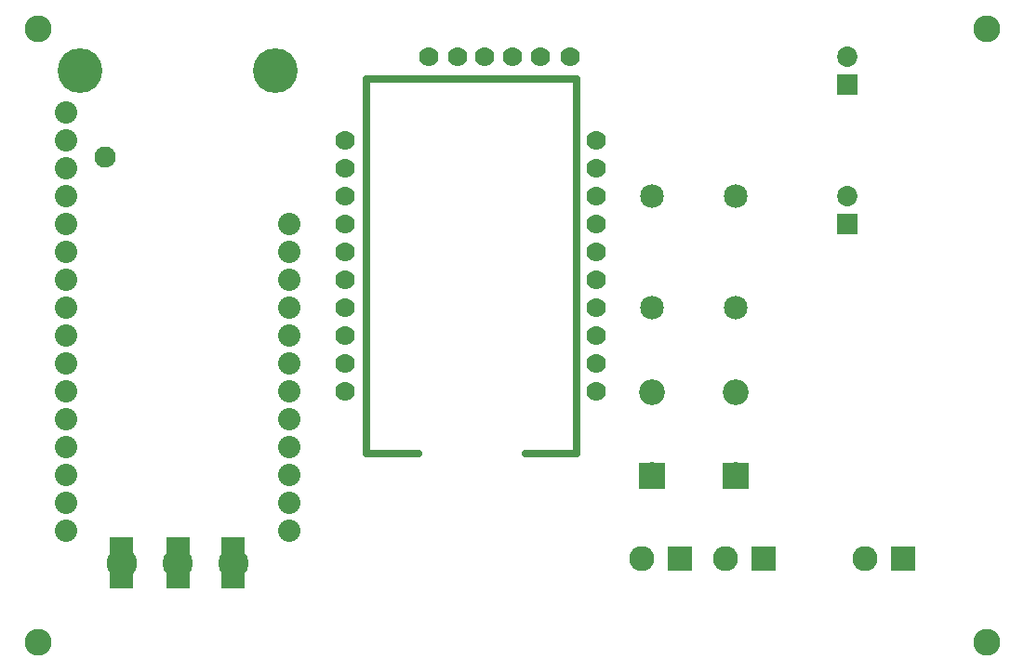
<source format=gts>
G04 MADE WITH FRITZING*
G04 WWW.FRITZING.ORG*
G04 DOUBLE SIDED*
G04 HOLES PLATED*
G04 CONTOUR ON CENTER OF CONTOUR VECTOR*
%ASAXBY*%
%FSLAX23Y23*%
%MOIN*%
%OFA0B0*%
%SFA1.0B1.0*%
%ADD10C,0.092000*%
%ADD11C,0.072992*%
%ADD12C,0.090000*%
%ADD13C,0.070000*%
%ADD14C,0.043222*%
%ADD15C,0.085000*%
%ADD16C,0.080000*%
%ADD17C,0.108425*%
%ADD18C,0.160000*%
%ADD19C,0.110000*%
%ADD20C,0.076000*%
%ADD21C,0.096614*%
%ADD22R,0.092000X0.092000*%
%ADD23R,0.072992X0.072992*%
%ADD24R,0.090000X0.090000*%
%ADD25C,0.025436*%
%ADD26R,0.001000X0.001000*%
%LNMASK1*%
G90*
G70*
G54D10*
X2620Y718D03*
X2620Y1016D03*
X2320Y718D03*
X2320Y1016D03*
G54D11*
X3020Y2119D03*
X3020Y2218D03*
X3020Y1619D03*
X3020Y1718D03*
G54D12*
X3220Y418D03*
X3083Y418D03*
X2420Y418D03*
X2283Y418D03*
X2720Y418D03*
X2583Y418D03*
G54D13*
X1220Y1018D03*
X1220Y1118D03*
X1221Y1218D03*
X1221Y1318D03*
X1220Y1418D03*
X1220Y1518D03*
X1220Y1618D03*
X1220Y1718D03*
X1220Y1818D03*
X1220Y1918D03*
X2120Y1018D03*
X2120Y1118D03*
X2120Y1218D03*
X2120Y1318D03*
X2120Y1418D03*
X2120Y1518D03*
X2120Y1618D03*
X2120Y1718D03*
X2120Y1818D03*
X2120Y1918D03*
X1520Y2218D03*
X1720Y2218D03*
X1820Y2218D03*
X1920Y2218D03*
G54D14*
X1623Y2218D03*
G54D13*
X1623Y2218D03*
G54D14*
X2029Y2218D03*
G54D13*
X2029Y2218D03*
G54D15*
X2620Y1318D03*
X2620Y1718D03*
X2320Y1318D03*
X2320Y1718D03*
G54D16*
X1020Y1418D03*
G54D17*
X820Y403D03*
G54D18*
X270Y2168D03*
G54D17*
X622Y403D03*
G54D19*
X420Y403D03*
G54D20*
X360Y1858D03*
G54D16*
X1020Y1218D03*
X220Y2018D03*
X1020Y1618D03*
X220Y1918D03*
X220Y1818D03*
X220Y1718D03*
X220Y1618D03*
X220Y1518D03*
X220Y1418D03*
X1020Y1118D03*
X220Y1318D03*
X1020Y1318D03*
X220Y1218D03*
X1020Y1518D03*
X220Y1118D03*
G54D18*
X970Y2168D03*
G54D16*
X220Y1018D03*
X220Y918D03*
X220Y818D03*
X220Y718D03*
X220Y618D03*
X220Y518D03*
X1020Y518D03*
X1020Y618D03*
X1020Y718D03*
X1020Y818D03*
X1020Y918D03*
X1020Y1018D03*
G54D21*
X3520Y2318D03*
X3520Y118D03*
X120Y2318D03*
X120Y118D03*
G54D22*
X2620Y717D03*
X2320Y717D03*
G54D23*
X3020Y2119D03*
X3020Y1619D03*
G54D24*
X3220Y418D03*
X2420Y418D03*
X2720Y418D03*
G54D25*
X2051Y796D02*
X2051Y2139D01*
D02*
X2051Y2139D02*
X1299Y2139D01*
D02*
X1299Y2139D02*
X1299Y796D01*
D02*
X2051Y796D02*
X1866Y796D01*
D02*
X1485Y796D02*
X1299Y796D01*
G54D26*
X378Y496D02*
X462Y496D01*
X377Y495D02*
X462Y495D01*
X580Y495D02*
X663Y495D01*
X778Y495D02*
X861Y495D01*
X377Y494D02*
X462Y494D01*
X580Y494D02*
X664Y494D01*
X778Y494D02*
X862Y494D01*
X377Y493D02*
X462Y493D01*
X580Y493D02*
X664Y493D01*
X778Y493D02*
X862Y493D01*
X377Y492D02*
X462Y492D01*
X580Y492D02*
X664Y492D01*
X778Y492D02*
X862Y492D01*
X377Y491D02*
X462Y491D01*
X580Y491D02*
X664Y491D01*
X778Y491D02*
X862Y491D01*
X377Y490D02*
X462Y490D01*
X580Y490D02*
X664Y490D01*
X778Y490D02*
X862Y490D01*
X377Y489D02*
X462Y489D01*
X580Y489D02*
X664Y489D01*
X778Y489D02*
X862Y489D01*
X377Y488D02*
X462Y488D01*
X580Y488D02*
X664Y488D01*
X778Y488D02*
X862Y488D01*
X377Y487D02*
X462Y487D01*
X580Y487D02*
X664Y487D01*
X778Y487D02*
X862Y487D01*
X377Y486D02*
X462Y486D01*
X580Y486D02*
X664Y486D01*
X778Y486D02*
X862Y486D01*
X377Y485D02*
X462Y485D01*
X580Y485D02*
X664Y485D01*
X778Y485D02*
X862Y485D01*
X377Y484D02*
X462Y484D01*
X580Y484D02*
X664Y484D01*
X778Y484D02*
X862Y484D01*
X377Y483D02*
X462Y483D01*
X580Y483D02*
X664Y483D01*
X778Y483D02*
X862Y483D01*
X377Y482D02*
X462Y482D01*
X580Y482D02*
X664Y482D01*
X778Y482D02*
X862Y482D01*
X377Y481D02*
X462Y481D01*
X580Y481D02*
X664Y481D01*
X778Y481D02*
X862Y481D01*
X377Y480D02*
X462Y480D01*
X580Y480D02*
X664Y480D01*
X778Y480D02*
X862Y480D01*
X377Y479D02*
X462Y479D01*
X580Y479D02*
X664Y479D01*
X778Y479D02*
X862Y479D01*
X377Y478D02*
X462Y478D01*
X580Y478D02*
X664Y478D01*
X778Y478D02*
X862Y478D01*
X377Y477D02*
X462Y477D01*
X580Y477D02*
X664Y477D01*
X778Y477D02*
X862Y477D01*
X377Y476D02*
X462Y476D01*
X580Y476D02*
X664Y476D01*
X778Y476D02*
X862Y476D01*
X377Y475D02*
X462Y475D01*
X580Y475D02*
X664Y475D01*
X778Y475D02*
X862Y475D01*
X377Y474D02*
X462Y474D01*
X580Y474D02*
X664Y474D01*
X778Y474D02*
X862Y474D01*
X377Y473D02*
X462Y473D01*
X580Y473D02*
X664Y473D01*
X778Y473D02*
X862Y473D01*
X377Y472D02*
X462Y472D01*
X580Y472D02*
X664Y472D01*
X778Y472D02*
X862Y472D01*
X377Y471D02*
X462Y471D01*
X580Y471D02*
X664Y471D01*
X778Y471D02*
X862Y471D01*
X377Y470D02*
X462Y470D01*
X580Y470D02*
X664Y470D01*
X778Y470D02*
X862Y470D01*
X377Y469D02*
X462Y469D01*
X580Y469D02*
X664Y469D01*
X778Y469D02*
X862Y469D01*
X377Y468D02*
X462Y468D01*
X580Y468D02*
X664Y468D01*
X778Y468D02*
X862Y468D01*
X377Y467D02*
X462Y467D01*
X580Y467D02*
X664Y467D01*
X778Y467D02*
X862Y467D01*
X377Y466D02*
X462Y466D01*
X580Y466D02*
X664Y466D01*
X778Y466D02*
X862Y466D01*
X377Y465D02*
X462Y465D01*
X580Y465D02*
X664Y465D01*
X778Y465D02*
X862Y465D01*
X377Y464D02*
X462Y464D01*
X580Y464D02*
X664Y464D01*
X778Y464D02*
X862Y464D01*
X377Y463D02*
X462Y463D01*
X580Y463D02*
X664Y463D01*
X778Y463D02*
X862Y463D01*
X377Y462D02*
X462Y462D01*
X580Y462D02*
X664Y462D01*
X778Y462D02*
X862Y462D01*
X377Y461D02*
X462Y461D01*
X580Y461D02*
X664Y461D01*
X778Y461D02*
X862Y461D01*
X377Y460D02*
X462Y460D01*
X580Y460D02*
X664Y460D01*
X778Y460D02*
X862Y460D01*
X377Y459D02*
X462Y459D01*
X580Y459D02*
X664Y459D01*
X778Y459D02*
X862Y459D01*
X377Y458D02*
X462Y458D01*
X580Y458D02*
X664Y458D01*
X778Y458D02*
X862Y458D01*
X377Y457D02*
X462Y457D01*
X580Y457D02*
X664Y457D01*
X778Y457D02*
X862Y457D01*
X377Y456D02*
X462Y456D01*
X580Y456D02*
X664Y456D01*
X778Y456D02*
X862Y456D01*
X377Y455D02*
X462Y455D01*
X580Y455D02*
X664Y455D01*
X778Y455D02*
X862Y455D01*
X377Y454D02*
X462Y454D01*
X580Y454D02*
X664Y454D01*
X778Y454D02*
X862Y454D01*
X377Y453D02*
X462Y453D01*
X580Y453D02*
X664Y453D01*
X778Y453D02*
X862Y453D01*
X377Y452D02*
X462Y452D01*
X580Y452D02*
X664Y452D01*
X778Y452D02*
X862Y452D01*
X377Y451D02*
X462Y451D01*
X580Y451D02*
X664Y451D01*
X778Y451D02*
X862Y451D01*
X377Y450D02*
X462Y450D01*
X580Y450D02*
X664Y450D01*
X778Y450D02*
X862Y450D01*
X377Y449D02*
X462Y449D01*
X580Y449D02*
X664Y449D01*
X778Y449D02*
X862Y449D01*
X377Y448D02*
X462Y448D01*
X580Y448D02*
X664Y448D01*
X778Y448D02*
X862Y448D01*
X377Y447D02*
X462Y447D01*
X580Y447D02*
X664Y447D01*
X778Y447D02*
X862Y447D01*
X377Y446D02*
X462Y446D01*
X580Y446D02*
X664Y446D01*
X778Y446D02*
X862Y446D01*
X377Y445D02*
X462Y445D01*
X580Y445D02*
X664Y445D01*
X778Y445D02*
X862Y445D01*
X377Y444D02*
X462Y444D01*
X580Y444D02*
X664Y444D01*
X778Y444D02*
X862Y444D01*
X377Y443D02*
X462Y443D01*
X580Y443D02*
X664Y443D01*
X778Y443D02*
X862Y443D01*
X377Y442D02*
X462Y442D01*
X580Y442D02*
X664Y442D01*
X778Y442D02*
X862Y442D01*
X377Y441D02*
X462Y441D01*
X580Y441D02*
X664Y441D01*
X778Y441D02*
X862Y441D01*
X377Y440D02*
X462Y440D01*
X580Y440D02*
X664Y440D01*
X778Y440D02*
X862Y440D01*
X377Y439D02*
X462Y439D01*
X580Y439D02*
X664Y439D01*
X778Y439D02*
X862Y439D01*
X377Y438D02*
X462Y438D01*
X580Y438D02*
X664Y438D01*
X778Y438D02*
X862Y438D01*
X377Y437D02*
X419Y437D01*
X421Y437D02*
X462Y437D01*
X580Y437D02*
X664Y437D01*
X778Y437D02*
X862Y437D01*
X377Y436D02*
X411Y436D01*
X429Y436D02*
X462Y436D01*
X580Y436D02*
X615Y436D01*
X629Y436D02*
X664Y436D01*
X778Y436D02*
X813Y436D01*
X826Y436D02*
X862Y436D01*
X377Y435D02*
X408Y435D01*
X432Y435D02*
X462Y435D01*
X580Y435D02*
X611Y435D01*
X633Y435D02*
X664Y435D01*
X778Y435D02*
X809Y435D01*
X831Y435D02*
X862Y435D01*
X377Y434D02*
X405Y434D01*
X434Y434D02*
X462Y434D01*
X580Y434D02*
X608Y434D01*
X635Y434D02*
X664Y434D01*
X778Y434D02*
X806Y434D01*
X833Y434D02*
X862Y434D01*
X377Y433D02*
X403Y433D01*
X436Y433D02*
X462Y433D01*
X580Y433D02*
X606Y433D01*
X637Y433D02*
X664Y433D01*
X778Y433D02*
X804Y433D01*
X835Y433D02*
X862Y433D01*
X377Y432D02*
X402Y432D01*
X438Y432D02*
X462Y432D01*
X580Y432D02*
X604Y432D01*
X639Y432D02*
X664Y432D01*
X778Y432D02*
X802Y432D01*
X837Y432D02*
X862Y432D01*
X377Y431D02*
X400Y431D01*
X439Y431D02*
X462Y431D01*
X580Y431D02*
X603Y431D01*
X641Y431D02*
X664Y431D01*
X778Y431D02*
X801Y431D01*
X839Y431D02*
X862Y431D01*
X377Y430D02*
X399Y430D01*
X440Y430D02*
X462Y430D01*
X580Y430D02*
X601Y430D01*
X642Y430D02*
X664Y430D01*
X778Y430D02*
X799Y430D01*
X840Y430D02*
X862Y430D01*
X377Y429D02*
X398Y429D01*
X442Y429D02*
X462Y429D01*
X580Y429D02*
X600Y429D01*
X643Y429D02*
X664Y429D01*
X778Y429D02*
X798Y429D01*
X841Y429D02*
X862Y429D01*
X377Y428D02*
X397Y428D01*
X443Y428D02*
X462Y428D01*
X580Y428D02*
X599Y428D01*
X644Y428D02*
X664Y428D01*
X778Y428D02*
X797Y428D01*
X842Y428D02*
X862Y428D01*
X377Y427D02*
X396Y427D01*
X444Y427D02*
X462Y427D01*
X580Y427D02*
X598Y427D01*
X645Y427D02*
X664Y427D01*
X778Y427D02*
X796Y427D01*
X843Y427D02*
X862Y427D01*
X377Y426D02*
X395Y426D01*
X445Y426D02*
X462Y426D01*
X580Y426D02*
X597Y426D01*
X646Y426D02*
X664Y426D01*
X778Y426D02*
X795Y426D01*
X844Y426D02*
X862Y426D01*
X377Y425D02*
X394Y425D01*
X446Y425D02*
X462Y425D01*
X580Y425D02*
X596Y425D01*
X647Y425D02*
X664Y425D01*
X778Y425D02*
X794Y425D01*
X845Y425D02*
X862Y425D01*
X377Y424D02*
X393Y424D01*
X446Y424D02*
X462Y424D01*
X580Y424D02*
X595Y424D01*
X648Y424D02*
X664Y424D01*
X778Y424D02*
X793Y424D01*
X846Y424D02*
X862Y424D01*
X377Y423D02*
X392Y423D01*
X447Y423D02*
X462Y423D01*
X580Y423D02*
X595Y423D01*
X649Y423D02*
X664Y423D01*
X778Y423D02*
X793Y423D01*
X847Y423D02*
X862Y423D01*
X377Y422D02*
X392Y422D01*
X448Y422D02*
X462Y422D01*
X580Y422D02*
X594Y422D01*
X649Y422D02*
X664Y422D01*
X778Y422D02*
X792Y422D01*
X847Y422D02*
X862Y422D01*
X377Y421D02*
X391Y421D01*
X448Y421D02*
X462Y421D01*
X580Y421D02*
X593Y421D01*
X650Y421D02*
X664Y421D01*
X778Y421D02*
X791Y421D01*
X848Y421D02*
X862Y421D01*
X377Y420D02*
X390Y420D01*
X449Y420D02*
X462Y420D01*
X580Y420D02*
X593Y420D01*
X651Y420D02*
X664Y420D01*
X778Y420D02*
X791Y420D01*
X848Y420D02*
X862Y420D01*
X377Y419D02*
X390Y419D01*
X450Y419D02*
X462Y419D01*
X580Y419D02*
X592Y419D01*
X651Y419D02*
X664Y419D01*
X778Y419D02*
X790Y419D01*
X849Y419D02*
X862Y419D01*
X377Y418D02*
X389Y418D01*
X450Y418D02*
X462Y418D01*
X580Y418D02*
X592Y418D01*
X652Y418D02*
X664Y418D01*
X778Y418D02*
X790Y418D01*
X849Y418D02*
X862Y418D01*
X377Y417D02*
X389Y417D01*
X451Y417D02*
X462Y417D01*
X580Y417D02*
X591Y417D01*
X652Y417D02*
X664Y417D01*
X778Y417D02*
X789Y417D01*
X850Y417D02*
X862Y417D01*
X377Y416D02*
X389Y416D01*
X451Y416D02*
X462Y416D01*
X580Y416D02*
X591Y416D01*
X652Y416D02*
X664Y416D01*
X778Y416D02*
X789Y416D01*
X850Y416D02*
X862Y416D01*
X377Y415D02*
X388Y415D01*
X451Y415D02*
X462Y415D01*
X580Y415D02*
X590Y415D01*
X653Y415D02*
X664Y415D01*
X778Y415D02*
X788Y415D01*
X851Y415D02*
X862Y415D01*
X377Y414D02*
X388Y414D01*
X452Y414D02*
X462Y414D01*
X580Y414D02*
X590Y414D01*
X653Y414D02*
X664Y414D01*
X778Y414D02*
X788Y414D01*
X851Y414D02*
X862Y414D01*
X377Y413D02*
X388Y413D01*
X452Y413D02*
X462Y413D01*
X580Y413D02*
X590Y413D01*
X653Y413D02*
X664Y413D01*
X778Y413D02*
X788Y413D01*
X851Y413D02*
X862Y413D01*
X377Y412D02*
X387Y412D01*
X452Y412D02*
X462Y412D01*
X580Y412D02*
X590Y412D01*
X654Y412D02*
X664Y412D01*
X778Y412D02*
X788Y412D01*
X852Y412D02*
X862Y412D01*
X377Y411D02*
X387Y411D01*
X452Y411D02*
X462Y411D01*
X580Y411D02*
X589Y411D01*
X654Y411D02*
X664Y411D01*
X778Y411D02*
X787Y411D01*
X852Y411D02*
X862Y411D01*
X377Y410D02*
X387Y410D01*
X453Y410D02*
X462Y410D01*
X580Y410D02*
X589Y410D01*
X654Y410D02*
X664Y410D01*
X778Y410D02*
X787Y410D01*
X852Y410D02*
X862Y410D01*
X377Y409D02*
X387Y409D01*
X453Y409D02*
X462Y409D01*
X580Y409D02*
X589Y409D01*
X654Y409D02*
X664Y409D01*
X778Y409D02*
X787Y409D01*
X852Y409D02*
X862Y409D01*
X377Y408D02*
X387Y408D01*
X453Y408D02*
X462Y408D01*
X580Y408D02*
X589Y408D01*
X654Y408D02*
X664Y408D01*
X778Y408D02*
X787Y408D01*
X852Y408D02*
X862Y408D01*
X377Y407D02*
X387Y407D01*
X453Y407D02*
X462Y407D01*
X580Y407D02*
X589Y407D01*
X654Y407D02*
X664Y407D01*
X778Y407D02*
X787Y407D01*
X852Y407D02*
X862Y407D01*
X377Y406D02*
X387Y406D01*
X453Y406D02*
X462Y406D01*
X580Y406D02*
X589Y406D01*
X654Y406D02*
X664Y406D01*
X778Y406D02*
X787Y406D01*
X852Y406D02*
X862Y406D01*
X377Y405D02*
X387Y405D01*
X453Y405D02*
X462Y405D01*
X580Y405D02*
X589Y405D01*
X654Y405D02*
X664Y405D01*
X778Y405D02*
X787Y405D01*
X852Y405D02*
X862Y405D01*
X377Y404D02*
X387Y404D01*
X453Y404D02*
X462Y404D01*
X580Y404D02*
X589Y404D01*
X654Y404D02*
X664Y404D01*
X778Y404D02*
X787Y404D01*
X852Y404D02*
X862Y404D01*
X377Y403D02*
X387Y403D01*
X453Y403D02*
X462Y403D01*
X580Y403D02*
X589Y403D01*
X654Y403D02*
X664Y403D01*
X778Y403D02*
X787Y403D01*
X852Y403D02*
X862Y403D01*
X377Y402D02*
X387Y402D01*
X453Y402D02*
X462Y402D01*
X580Y402D02*
X589Y402D01*
X654Y402D02*
X664Y402D01*
X778Y402D02*
X787Y402D01*
X852Y402D02*
X862Y402D01*
X377Y401D02*
X387Y401D01*
X453Y401D02*
X462Y401D01*
X580Y401D02*
X589Y401D01*
X654Y401D02*
X664Y401D01*
X778Y401D02*
X787Y401D01*
X852Y401D02*
X862Y401D01*
X377Y400D02*
X387Y400D01*
X453Y400D02*
X462Y400D01*
X580Y400D02*
X589Y400D01*
X654Y400D02*
X664Y400D01*
X778Y400D02*
X787Y400D01*
X852Y400D02*
X862Y400D01*
X377Y399D02*
X387Y399D01*
X453Y399D02*
X462Y399D01*
X580Y399D02*
X589Y399D01*
X654Y399D02*
X664Y399D01*
X778Y399D02*
X787Y399D01*
X852Y399D02*
X862Y399D01*
X377Y398D02*
X387Y398D01*
X452Y398D02*
X462Y398D01*
X580Y398D02*
X589Y398D01*
X654Y398D02*
X664Y398D01*
X778Y398D02*
X787Y398D01*
X852Y398D02*
X862Y398D01*
X377Y397D02*
X387Y397D01*
X452Y397D02*
X462Y397D01*
X580Y397D02*
X589Y397D01*
X654Y397D02*
X664Y397D01*
X778Y397D02*
X787Y397D01*
X852Y397D02*
X862Y397D01*
X377Y396D02*
X387Y396D01*
X452Y396D02*
X462Y396D01*
X580Y396D02*
X590Y396D01*
X654Y396D02*
X664Y396D01*
X778Y396D02*
X788Y396D01*
X852Y396D02*
X862Y396D01*
X377Y395D02*
X388Y395D01*
X452Y395D02*
X462Y395D01*
X580Y395D02*
X590Y395D01*
X653Y395D02*
X664Y395D01*
X778Y395D02*
X788Y395D01*
X851Y395D02*
X862Y395D01*
X377Y394D02*
X388Y394D01*
X451Y394D02*
X462Y394D01*
X580Y394D02*
X590Y394D01*
X653Y394D02*
X664Y394D01*
X778Y394D02*
X788Y394D01*
X851Y394D02*
X862Y394D01*
X377Y393D02*
X388Y393D01*
X451Y393D02*
X462Y393D01*
X580Y393D02*
X591Y393D01*
X653Y393D02*
X664Y393D01*
X778Y393D02*
X789Y393D01*
X851Y393D02*
X862Y393D01*
X377Y392D02*
X389Y392D01*
X451Y392D02*
X462Y392D01*
X580Y392D02*
X591Y392D01*
X652Y392D02*
X664Y392D01*
X778Y392D02*
X789Y392D01*
X850Y392D02*
X862Y392D01*
X377Y391D02*
X389Y391D01*
X450Y391D02*
X462Y391D01*
X580Y391D02*
X592Y391D01*
X652Y391D02*
X664Y391D01*
X778Y391D02*
X789Y391D01*
X850Y391D02*
X862Y391D01*
X377Y390D02*
X390Y390D01*
X450Y390D02*
X462Y390D01*
X580Y390D02*
X592Y390D01*
X651Y390D02*
X664Y390D01*
X778Y390D02*
X790Y390D01*
X849Y390D02*
X862Y390D01*
X377Y389D02*
X390Y389D01*
X449Y389D02*
X462Y389D01*
X580Y389D02*
X593Y389D01*
X651Y389D02*
X664Y389D01*
X778Y389D02*
X790Y389D01*
X849Y389D02*
X862Y389D01*
X377Y388D02*
X391Y388D01*
X449Y388D02*
X462Y388D01*
X580Y388D02*
X593Y388D01*
X650Y388D02*
X664Y388D01*
X778Y388D02*
X791Y388D01*
X848Y388D02*
X862Y388D01*
X377Y387D02*
X391Y387D01*
X448Y387D02*
X462Y387D01*
X580Y387D02*
X594Y387D01*
X650Y387D02*
X664Y387D01*
X778Y387D02*
X792Y387D01*
X848Y387D02*
X862Y387D01*
X377Y386D02*
X392Y386D01*
X448Y386D02*
X462Y386D01*
X580Y386D02*
X594Y386D01*
X649Y386D02*
X664Y386D01*
X778Y386D02*
X792Y386D01*
X847Y386D02*
X862Y386D01*
X377Y385D02*
X393Y385D01*
X447Y385D02*
X462Y385D01*
X580Y385D02*
X595Y385D01*
X648Y385D02*
X664Y385D01*
X778Y385D02*
X793Y385D01*
X846Y385D02*
X862Y385D01*
X377Y384D02*
X393Y384D01*
X446Y384D02*
X462Y384D01*
X580Y384D02*
X596Y384D01*
X648Y384D02*
X664Y384D01*
X778Y384D02*
X794Y384D01*
X846Y384D02*
X862Y384D01*
X377Y383D02*
X394Y383D01*
X445Y383D02*
X462Y383D01*
X580Y383D02*
X597Y383D01*
X647Y383D02*
X664Y383D01*
X778Y383D02*
X795Y383D01*
X845Y383D02*
X862Y383D01*
X377Y382D02*
X395Y382D01*
X444Y382D02*
X462Y382D01*
X580Y382D02*
X597Y382D01*
X646Y382D02*
X664Y382D01*
X778Y382D02*
X795Y382D01*
X844Y382D02*
X862Y382D01*
X377Y381D02*
X396Y381D01*
X443Y381D02*
X462Y381D01*
X580Y381D02*
X598Y381D01*
X645Y381D02*
X664Y381D01*
X778Y381D02*
X796Y381D01*
X843Y381D02*
X862Y381D01*
X377Y380D02*
X397Y380D01*
X442Y380D02*
X462Y380D01*
X580Y380D02*
X599Y380D01*
X644Y380D02*
X664Y380D01*
X778Y380D02*
X797Y380D01*
X842Y380D02*
X862Y380D01*
X377Y379D02*
X398Y379D01*
X441Y379D02*
X462Y379D01*
X580Y379D02*
X601Y379D01*
X643Y379D02*
X664Y379D01*
X778Y379D02*
X799Y379D01*
X841Y379D02*
X862Y379D01*
X377Y378D02*
X400Y378D01*
X440Y378D02*
X462Y378D01*
X580Y378D02*
X602Y378D01*
X641Y378D02*
X664Y378D01*
X778Y378D02*
X800Y378D01*
X839Y378D02*
X862Y378D01*
X377Y377D02*
X401Y377D01*
X439Y377D02*
X462Y377D01*
X580Y377D02*
X603Y377D01*
X640Y377D02*
X664Y377D01*
X778Y377D02*
X801Y377D01*
X838Y377D02*
X862Y377D01*
X377Y376D02*
X403Y376D01*
X437Y376D02*
X462Y376D01*
X580Y376D02*
X605Y376D01*
X638Y376D02*
X664Y376D01*
X778Y376D02*
X803Y376D01*
X836Y376D02*
X862Y376D01*
X377Y375D02*
X404Y375D01*
X435Y375D02*
X462Y375D01*
X580Y375D02*
X607Y375D01*
X636Y375D02*
X664Y375D01*
X778Y375D02*
X805Y375D01*
X834Y375D02*
X862Y375D01*
X377Y374D02*
X406Y374D01*
X433Y374D02*
X462Y374D01*
X580Y374D02*
X609Y374D01*
X634Y374D02*
X664Y374D01*
X778Y374D02*
X807Y374D01*
X832Y374D02*
X862Y374D01*
X377Y373D02*
X409Y373D01*
X430Y373D02*
X462Y373D01*
X580Y373D02*
X612Y373D01*
X631Y373D02*
X664Y373D01*
X778Y373D02*
X810Y373D01*
X829Y373D02*
X862Y373D01*
X377Y372D02*
X413Y372D01*
X426Y372D02*
X462Y372D01*
X580Y372D02*
X618Y372D01*
X625Y372D02*
X664Y372D01*
X778Y372D02*
X816Y372D01*
X823Y372D02*
X862Y372D01*
X377Y371D02*
X462Y371D01*
X580Y371D02*
X664Y371D01*
X778Y371D02*
X862Y371D01*
X377Y370D02*
X462Y370D01*
X580Y370D02*
X664Y370D01*
X778Y370D02*
X862Y370D01*
X377Y369D02*
X462Y369D01*
X580Y369D02*
X664Y369D01*
X778Y369D02*
X862Y369D01*
X377Y368D02*
X462Y368D01*
X580Y368D02*
X664Y368D01*
X778Y368D02*
X862Y368D01*
X377Y367D02*
X462Y367D01*
X580Y367D02*
X664Y367D01*
X778Y367D02*
X862Y367D01*
X377Y366D02*
X462Y366D01*
X580Y366D02*
X664Y366D01*
X778Y366D02*
X862Y366D01*
X377Y365D02*
X462Y365D01*
X580Y365D02*
X664Y365D01*
X778Y365D02*
X862Y365D01*
X377Y364D02*
X462Y364D01*
X580Y364D02*
X664Y364D01*
X778Y364D02*
X862Y364D01*
X377Y363D02*
X462Y363D01*
X580Y363D02*
X664Y363D01*
X778Y363D02*
X862Y363D01*
X377Y362D02*
X462Y362D01*
X580Y362D02*
X664Y362D01*
X778Y362D02*
X862Y362D01*
X377Y361D02*
X462Y361D01*
X580Y361D02*
X664Y361D01*
X778Y361D02*
X862Y361D01*
X377Y360D02*
X462Y360D01*
X580Y360D02*
X664Y360D01*
X778Y360D02*
X862Y360D01*
X377Y359D02*
X462Y359D01*
X580Y359D02*
X664Y359D01*
X778Y359D02*
X862Y359D01*
X377Y358D02*
X462Y358D01*
X580Y358D02*
X664Y358D01*
X778Y358D02*
X862Y358D01*
X377Y357D02*
X462Y357D01*
X580Y357D02*
X664Y357D01*
X778Y357D02*
X862Y357D01*
X377Y356D02*
X462Y356D01*
X580Y356D02*
X664Y356D01*
X778Y356D02*
X862Y356D01*
X377Y355D02*
X462Y355D01*
X580Y355D02*
X664Y355D01*
X778Y355D02*
X862Y355D01*
X377Y354D02*
X462Y354D01*
X580Y354D02*
X664Y354D01*
X778Y354D02*
X862Y354D01*
X377Y353D02*
X462Y353D01*
X580Y353D02*
X664Y353D01*
X778Y353D02*
X862Y353D01*
X377Y352D02*
X462Y352D01*
X580Y352D02*
X664Y352D01*
X778Y352D02*
X862Y352D01*
X377Y351D02*
X462Y351D01*
X580Y351D02*
X664Y351D01*
X778Y351D02*
X862Y351D01*
X377Y350D02*
X462Y350D01*
X580Y350D02*
X664Y350D01*
X778Y350D02*
X862Y350D01*
X377Y349D02*
X462Y349D01*
X580Y349D02*
X664Y349D01*
X778Y349D02*
X862Y349D01*
X377Y348D02*
X462Y348D01*
X580Y348D02*
X664Y348D01*
X778Y348D02*
X862Y348D01*
X377Y347D02*
X462Y347D01*
X580Y347D02*
X664Y347D01*
X778Y347D02*
X862Y347D01*
X377Y346D02*
X462Y346D01*
X580Y346D02*
X664Y346D01*
X778Y346D02*
X862Y346D01*
X377Y345D02*
X462Y345D01*
X580Y345D02*
X664Y345D01*
X778Y345D02*
X862Y345D01*
X377Y344D02*
X462Y344D01*
X580Y344D02*
X664Y344D01*
X778Y344D02*
X862Y344D01*
X377Y343D02*
X462Y343D01*
X580Y343D02*
X664Y343D01*
X778Y343D02*
X862Y343D01*
X377Y342D02*
X462Y342D01*
X580Y342D02*
X664Y342D01*
X778Y342D02*
X862Y342D01*
X377Y341D02*
X462Y341D01*
X580Y341D02*
X664Y341D01*
X778Y341D02*
X862Y341D01*
X377Y340D02*
X462Y340D01*
X580Y340D02*
X664Y340D01*
X778Y340D02*
X862Y340D01*
X377Y339D02*
X462Y339D01*
X580Y339D02*
X664Y339D01*
X778Y339D02*
X862Y339D01*
X377Y338D02*
X462Y338D01*
X580Y338D02*
X664Y338D01*
X778Y338D02*
X862Y338D01*
X377Y337D02*
X462Y337D01*
X580Y337D02*
X664Y337D01*
X778Y337D02*
X862Y337D01*
X377Y336D02*
X462Y336D01*
X580Y336D02*
X664Y336D01*
X778Y336D02*
X862Y336D01*
X377Y335D02*
X462Y335D01*
X580Y335D02*
X664Y335D01*
X778Y335D02*
X862Y335D01*
X377Y334D02*
X462Y334D01*
X580Y334D02*
X664Y334D01*
X778Y334D02*
X862Y334D01*
X377Y333D02*
X462Y333D01*
X580Y333D02*
X664Y333D01*
X778Y333D02*
X862Y333D01*
X377Y332D02*
X462Y332D01*
X580Y332D02*
X664Y332D01*
X778Y332D02*
X862Y332D01*
X377Y331D02*
X462Y331D01*
X580Y331D02*
X664Y331D01*
X778Y331D02*
X862Y331D01*
X377Y330D02*
X462Y330D01*
X580Y330D02*
X664Y330D01*
X778Y330D02*
X862Y330D01*
X377Y329D02*
X462Y329D01*
X580Y329D02*
X664Y329D01*
X778Y329D02*
X862Y329D01*
X377Y328D02*
X462Y328D01*
X580Y328D02*
X664Y328D01*
X778Y328D02*
X862Y328D01*
X377Y327D02*
X462Y327D01*
X580Y327D02*
X664Y327D01*
X778Y327D02*
X862Y327D01*
X377Y326D02*
X462Y326D01*
X580Y326D02*
X664Y326D01*
X778Y326D02*
X862Y326D01*
X377Y325D02*
X462Y325D01*
X580Y325D02*
X664Y325D01*
X778Y325D02*
X862Y325D01*
X377Y324D02*
X462Y324D01*
X580Y324D02*
X664Y324D01*
X778Y324D02*
X862Y324D01*
X377Y323D02*
X462Y323D01*
X580Y323D02*
X664Y323D01*
X778Y323D02*
X862Y323D01*
X377Y322D02*
X462Y322D01*
X580Y322D02*
X664Y322D01*
X778Y322D02*
X862Y322D01*
X377Y321D02*
X462Y321D01*
X580Y321D02*
X664Y321D01*
X778Y321D02*
X862Y321D01*
X377Y320D02*
X462Y320D01*
X580Y320D02*
X664Y320D01*
X778Y320D02*
X862Y320D01*
X377Y319D02*
X462Y319D01*
X580Y319D02*
X664Y319D01*
X778Y319D02*
X862Y319D01*
X377Y318D02*
X462Y318D01*
X580Y318D02*
X664Y318D01*
X778Y318D02*
X862Y318D01*
X377Y317D02*
X462Y317D01*
X580Y317D02*
X664Y317D01*
X778Y317D02*
X862Y317D01*
X377Y316D02*
X462Y316D01*
X580Y316D02*
X664Y316D01*
X778Y316D02*
X862Y316D01*
X377Y315D02*
X462Y315D01*
X580Y315D02*
X664Y315D01*
X778Y315D02*
X862Y315D01*
X377Y314D02*
X462Y314D01*
X580Y314D02*
X664Y314D01*
X778Y314D02*
X862Y314D01*
X377Y313D02*
X462Y313D01*
D02*
G04 End of Mask1*
M02*
</source>
